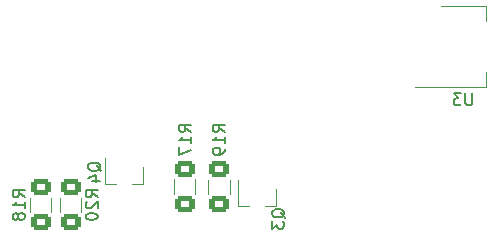
<source format=gbo>
%TF.GenerationSoftware,KiCad,Pcbnew,(6.0.1)*%
%TF.CreationDate,2022-01-24T21:35:52+01:00*%
%TF.ProjectId,SmartSwitch,536d6172-7453-4776-9974-63682e6b6963,rev?*%
%TF.SameCoordinates,Original*%
%TF.FileFunction,Legend,Bot*%
%TF.FilePolarity,Positive*%
%FSLAX46Y46*%
G04 Gerber Fmt 4.6, Leading zero omitted, Abs format (unit mm)*
G04 Created by KiCad (PCBNEW (6.0.1)) date 2022-01-24 21:35:52*
%MOMM*%
%LPD*%
G01*
G04 APERTURE LIST*
G04 Aperture macros list*
%AMRoundRect*
0 Rectangle with rounded corners*
0 $1 Rounding radius*
0 $2 $3 $4 $5 $6 $7 $8 $9 X,Y pos of 4 corners*
0 Add a 4 corners polygon primitive as box body*
4,1,4,$2,$3,$4,$5,$6,$7,$8,$9,$2,$3,0*
0 Add four circle primitives for the rounded corners*
1,1,$1+$1,$2,$3*
1,1,$1+$1,$4,$5*
1,1,$1+$1,$6,$7*
1,1,$1+$1,$8,$9*
0 Add four rect primitives between the rounded corners*
20,1,$1+$1,$2,$3,$4,$5,0*
20,1,$1+$1,$4,$5,$6,$7,0*
20,1,$1+$1,$6,$7,$8,$9,0*
20,1,$1+$1,$8,$9,$2,$3,0*%
G04 Aperture macros list end*
%ADD10C,0.150000*%
%ADD11C,0.120000*%
%ADD12R,1.600000X1.600000*%
%ADD13C,1.600000*%
%ADD14C,2.500000*%
%ADD15R,2.600000X2.600000*%
%ADD16C,2.600000*%
%ADD17C,1.400000*%
%ADD18O,1.400000X1.400000*%
%ADD19R,2.500000X2.500000*%
%ADD20O,2.500000X2.500000*%
%ADD21R,2.200000X2.200000*%
%ADD22O,2.200000X2.200000*%
%ADD23R,1.500000X1.050000*%
%ADD24O,1.500000X1.050000*%
%ADD25C,2.700000*%
%ADD26C,3.000000*%
%ADD27R,2.000000X1.500000*%
%ADD28R,2.000000X3.800000*%
%ADD29RoundRect,0.250001X0.624999X-0.462499X0.624999X0.462499X-0.624999X0.462499X-0.624999X-0.462499X0*%
%ADD30RoundRect,0.250001X-0.624999X0.462499X-0.624999X-0.462499X0.624999X-0.462499X0.624999X0.462499X0*%
%ADD31R,0.800000X0.900000*%
G04 APERTURE END LIST*
D10*
X158292904Y-95692380D02*
X158292904Y-96501904D01*
X158245285Y-96597142D01*
X158197666Y-96644761D01*
X158102428Y-96692380D01*
X157911952Y-96692380D01*
X157816714Y-96644761D01*
X157769095Y-96597142D01*
X157721476Y-96501904D01*
X157721476Y-95692380D01*
X157340523Y-95692380D02*
X156721476Y-95692380D01*
X157054809Y-96073333D01*
X156911952Y-96073333D01*
X156816714Y-96120952D01*
X156769095Y-96168571D01*
X156721476Y-96263809D01*
X156721476Y-96501904D01*
X156769095Y-96597142D01*
X156816714Y-96644761D01*
X156911952Y-96692380D01*
X157197666Y-96692380D01*
X157292904Y-96644761D01*
X157340523Y-96597142D01*
X137335520Y-98960702D02*
X136859330Y-98627369D01*
X137335520Y-98389274D02*
X136335520Y-98389274D01*
X136335520Y-98770226D01*
X136383140Y-98865464D01*
X136430759Y-98913083D01*
X136525997Y-98960702D01*
X136668854Y-98960702D01*
X136764092Y-98913083D01*
X136811711Y-98865464D01*
X136859330Y-98770226D01*
X136859330Y-98389274D01*
X137335520Y-99913083D02*
X137335520Y-99341655D01*
X137335520Y-99627369D02*
X136335520Y-99627369D01*
X136478378Y-99532131D01*
X136573616Y-99436893D01*
X136621235Y-99341655D01*
X137335520Y-100389274D02*
X137335520Y-100579750D01*
X137287901Y-100674988D01*
X137240282Y-100722607D01*
X137097425Y-100817845D01*
X136906949Y-100865464D01*
X136525997Y-100865464D01*
X136430759Y-100817845D01*
X136383140Y-100770226D01*
X136335520Y-100674988D01*
X136335520Y-100484512D01*
X136383140Y-100389274D01*
X136430759Y-100341655D01*
X136525997Y-100294036D01*
X136764092Y-100294036D01*
X136859330Y-100341655D01*
X136906949Y-100389274D01*
X136954568Y-100484512D01*
X136954568Y-100674988D01*
X136906949Y-100770226D01*
X136859330Y-100817845D01*
X136764092Y-100865464D01*
X120397986Y-104481085D02*
X119921796Y-104147752D01*
X120397986Y-103909657D02*
X119397986Y-103909657D01*
X119397986Y-104290609D01*
X119445606Y-104385847D01*
X119493225Y-104433466D01*
X119588463Y-104481085D01*
X119731320Y-104481085D01*
X119826558Y-104433466D01*
X119874177Y-104385847D01*
X119921796Y-104290609D01*
X119921796Y-103909657D01*
X120397986Y-105433466D02*
X120397986Y-104862038D01*
X120397986Y-105147752D02*
X119397986Y-105147752D01*
X119540844Y-105052514D01*
X119636082Y-104957276D01*
X119683701Y-104862038D01*
X119826558Y-106004895D02*
X119778939Y-105909657D01*
X119731320Y-105862038D01*
X119636082Y-105814419D01*
X119588463Y-105814419D01*
X119493225Y-105862038D01*
X119445606Y-105909657D01*
X119397986Y-106004895D01*
X119397986Y-106195371D01*
X119445606Y-106290609D01*
X119493225Y-106338228D01*
X119588463Y-106385847D01*
X119636082Y-106385847D01*
X119731320Y-106338228D01*
X119778939Y-106290609D01*
X119826558Y-106195371D01*
X119826558Y-106004895D01*
X119874177Y-105909657D01*
X119921796Y-105862038D01*
X120017034Y-105814419D01*
X120207510Y-105814419D01*
X120302748Y-105862038D01*
X120350367Y-105909657D01*
X120397986Y-106004895D01*
X120397986Y-106195371D01*
X120350367Y-106290609D01*
X120302748Y-106338228D01*
X120207510Y-106385847D01*
X120017034Y-106385847D01*
X119921796Y-106338228D01*
X119874177Y-106290609D01*
X119826558Y-106195371D01*
X134490720Y-98960702D02*
X134014530Y-98627369D01*
X134490720Y-98389274D02*
X133490720Y-98389274D01*
X133490720Y-98770226D01*
X133538340Y-98865464D01*
X133585959Y-98913083D01*
X133681197Y-98960702D01*
X133824054Y-98960702D01*
X133919292Y-98913083D01*
X133966911Y-98865464D01*
X134014530Y-98770226D01*
X134014530Y-98389274D01*
X134490720Y-99913083D02*
X134490720Y-99341655D01*
X134490720Y-99627369D02*
X133490720Y-99627369D01*
X133633578Y-99532131D01*
X133728816Y-99436893D01*
X133776435Y-99341655D01*
X133490720Y-100246417D02*
X133490720Y-100913083D01*
X134490720Y-100484512D01*
X126577986Y-104481085D02*
X126101796Y-104147752D01*
X126577986Y-103909657D02*
X125577986Y-103909657D01*
X125577986Y-104290609D01*
X125625606Y-104385847D01*
X125673225Y-104433466D01*
X125768463Y-104481085D01*
X125911320Y-104481085D01*
X126006558Y-104433466D01*
X126054177Y-104385847D01*
X126101796Y-104290609D01*
X126101796Y-103909657D01*
X125673225Y-104862038D02*
X125625606Y-104909657D01*
X125577986Y-105004895D01*
X125577986Y-105242990D01*
X125625606Y-105338228D01*
X125673225Y-105385847D01*
X125768463Y-105433466D01*
X125863701Y-105433466D01*
X126006558Y-105385847D01*
X126577986Y-104814419D01*
X126577986Y-105433466D01*
X125577986Y-106052514D02*
X125577986Y-106147752D01*
X125625606Y-106242990D01*
X125673225Y-106290609D01*
X125768463Y-106338228D01*
X125958939Y-106385847D01*
X126197034Y-106385847D01*
X126387510Y-106338228D01*
X126482748Y-106290609D01*
X126530367Y-106242990D01*
X126577986Y-106147752D01*
X126577986Y-106052514D01*
X126530367Y-105957276D01*
X126482748Y-105909657D01*
X126387510Y-105862038D01*
X126197034Y-105814419D01*
X125958939Y-105814419D01*
X125768463Y-105862038D01*
X125673225Y-105909657D01*
X125625606Y-105957276D01*
X125577986Y-106052514D01*
X142459959Y-106224081D02*
X142412340Y-106128843D01*
X142317101Y-106033605D01*
X142174244Y-105890748D01*
X142126625Y-105795510D01*
X142126625Y-105700272D01*
X142364720Y-105747891D02*
X142317101Y-105652653D01*
X142221863Y-105557415D01*
X142031387Y-105509796D01*
X141698054Y-105509796D01*
X141507578Y-105557415D01*
X141412340Y-105652653D01*
X141364720Y-105747891D01*
X141364720Y-105938367D01*
X141412340Y-106033605D01*
X141507578Y-106128843D01*
X141698054Y-106176462D01*
X142031387Y-106176462D01*
X142221863Y-106128843D01*
X142317101Y-106033605D01*
X142364720Y-105938367D01*
X142364720Y-105747891D01*
X141364720Y-106509796D02*
X141364720Y-107128843D01*
X141745673Y-106795510D01*
X141745673Y-106938367D01*
X141793292Y-107033605D01*
X141840911Y-107081224D01*
X141936149Y-107128843D01*
X142174244Y-107128843D01*
X142269482Y-107081224D01*
X142317101Y-107033605D01*
X142364720Y-106938367D01*
X142364720Y-106652653D01*
X142317101Y-106557415D01*
X142269482Y-106509796D01*
X126869484Y-102266761D02*
X126821865Y-102171523D01*
X126726626Y-102076285D01*
X126583769Y-101933428D01*
X126536150Y-101838190D01*
X126536150Y-101742952D01*
X126774245Y-101790571D02*
X126726626Y-101695333D01*
X126631388Y-101600095D01*
X126440912Y-101552476D01*
X126107579Y-101552476D01*
X125917103Y-101600095D01*
X125821865Y-101695333D01*
X125774245Y-101790571D01*
X125774245Y-101981047D01*
X125821865Y-102076285D01*
X125917103Y-102171523D01*
X126107579Y-102219142D01*
X126440912Y-102219142D01*
X126631388Y-102171523D01*
X126726626Y-102076285D01*
X126774245Y-101981047D01*
X126774245Y-101790571D01*
X126107579Y-103076285D02*
X126774245Y-103076285D01*
X125726626Y-102838190D02*
X126440912Y-102600095D01*
X126440912Y-103219142D01*
D11*
X159441000Y-95150000D02*
X159441000Y-93890000D01*
X155681000Y-88330000D02*
X159441000Y-88330000D01*
X153431000Y-95150000D02*
X159441000Y-95150000D01*
X159441000Y-88330000D02*
X159441000Y-89590000D01*
X135952990Y-104207907D02*
X135952990Y-103003779D01*
X137772990Y-104207907D02*
X137772990Y-103003779D01*
X120855606Y-104521879D02*
X120855606Y-105726007D01*
X122675606Y-104521879D02*
X122675606Y-105726007D01*
X133031990Y-102967279D02*
X133031990Y-104171407D01*
X134851990Y-102967279D02*
X134851990Y-104171407D01*
X125215606Y-105726007D02*
X125215606Y-104521879D01*
X123395606Y-105726007D02*
X123395606Y-104521879D01*
X141651000Y-105216000D02*
X140721000Y-105216000D01*
X141651000Y-105216000D02*
X141651000Y-103756000D01*
X138491000Y-105216000D02*
X138491000Y-103056000D01*
X138491000Y-105216000D02*
X139421000Y-105216000D01*
X130401865Y-103348015D02*
X129471865Y-103348015D01*
X127241865Y-103348015D02*
X127241865Y-101188015D01*
X127241865Y-103348015D02*
X128171865Y-103348015D01*
X130401865Y-103348015D02*
X130401865Y-101888015D01*
%LPC*%
D12*
X163373000Y-89454000D03*
D13*
X163373000Y-91954000D03*
D14*
X117780000Y-93772000D03*
X117780000Y-98772000D03*
X147180000Y-88572000D03*
X147180000Y-103972000D03*
D13*
X159900000Y-87250000D03*
X154900000Y-87250000D03*
D15*
X175184000Y-97000000D03*
D16*
X175184000Y-102000000D03*
D15*
X112650000Y-142540000D03*
D16*
X107650000Y-142540000D03*
X102650000Y-142540000D03*
D13*
X151435000Y-93692000D03*
X151435000Y-88692000D03*
D12*
X151435000Y-97836000D03*
D13*
X153935000Y-97836000D03*
X111250000Y-91750000D03*
X112550000Y-86750000D03*
D15*
X127898500Y-142540000D03*
D16*
X122898500Y-142540000D03*
X117898500Y-142540000D03*
D15*
X143147000Y-142540000D03*
D16*
X138147000Y-142540000D03*
X133147000Y-142540000D03*
D17*
X112065000Y-100249000D03*
D18*
X112065000Y-105329000D03*
D19*
X119050000Y-117140000D03*
D20*
X113050000Y-119140000D03*
X113050000Y-131340000D03*
X125050000Y-131340000D03*
X125050000Y-119140000D03*
D21*
X124130000Y-112314000D03*
D22*
X113970000Y-112314000D03*
D23*
X150038000Y-111806000D03*
D24*
X150038000Y-110536000D03*
X150038000Y-109266000D03*
D19*
X138100000Y-117140000D03*
D20*
X132100000Y-119140000D03*
X132100000Y-131340000D03*
X144100000Y-131340000D03*
X144100000Y-119140000D03*
D21*
X138989000Y-112187000D03*
D22*
X128829000Y-112187000D03*
D15*
X102540000Y-93692000D03*
D16*
X102540000Y-88692000D03*
D25*
X102000000Y-114750000D03*
D26*
X102000000Y-126000000D03*
X102000000Y-103500000D03*
D27*
X154381000Y-94040000D03*
X154381000Y-91740000D03*
X154381000Y-89440000D03*
D28*
X160681000Y-91740000D03*
D29*
X136862990Y-105093343D03*
X136862990Y-102118343D03*
D30*
X121765606Y-103636443D03*
X121765606Y-106611443D03*
X133941990Y-102081843D03*
X133941990Y-105056843D03*
D29*
X124305606Y-106611443D03*
X124305606Y-103636443D03*
D31*
X139121000Y-103456000D03*
X141021000Y-103456000D03*
X140071000Y-105456000D03*
X127871865Y-101588015D03*
X129771865Y-101588015D03*
X128821865Y-103588015D03*
M02*

</source>
